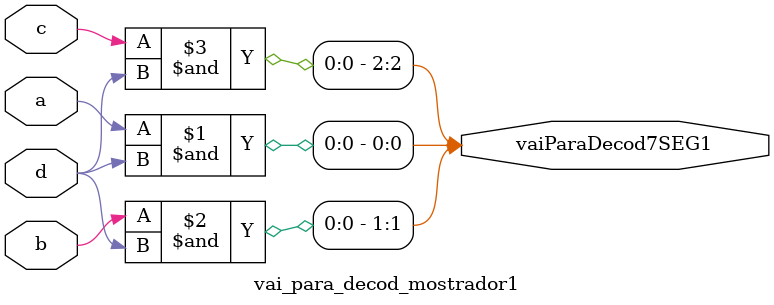
<source format=v>
module vai_para_decod_mostrador1(
	input a,b,c,d,
	output wire [2:0] vaiParaDecod7SEG1
);
//saida 1
and and0(vaiParaDecod7SEG1[0],a,d);
//saida 2
and and1(vaiParaDecod7SEG1[1],b,d);
//saida 3
and and2(vaiParaDecod7SEG1[2],c,d);
endmodule 
//Passa o perfil da interface 2 ou 000
</source>
